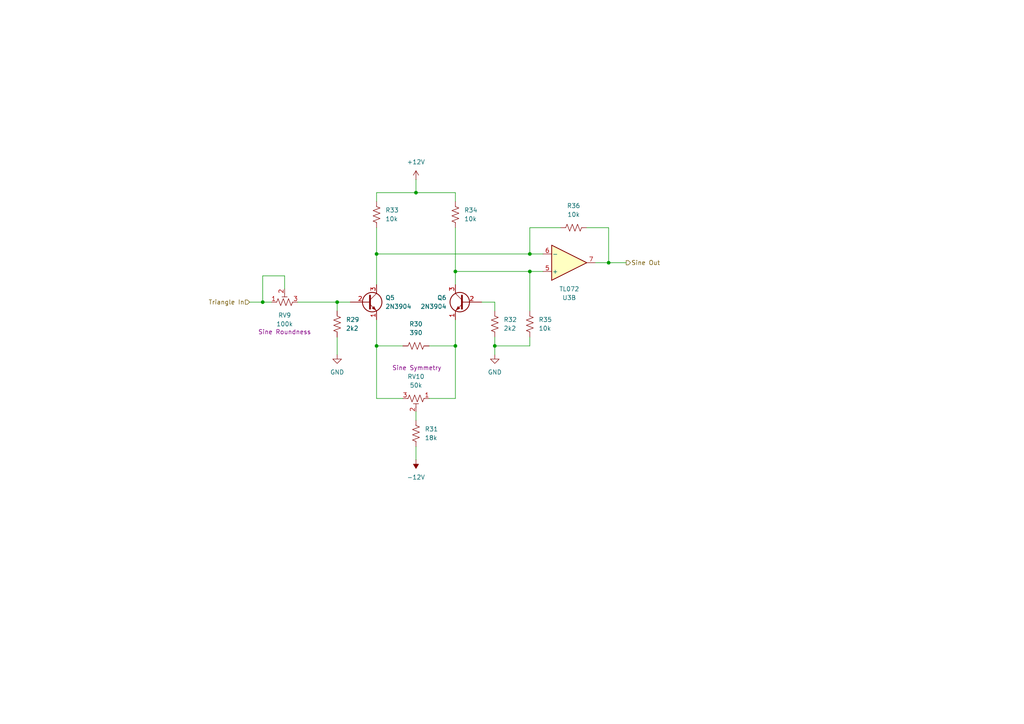
<source format=kicad_sch>
(kicad_sch (version 20231120) (generator "eeschema") (generator_version "8.0")
  (paper "A4")
  (lib_symbols
    (symbol "Amplifier_Operational:TL072" (pin_names (offset 0.127))
      (property "Reference" "U" (at 0 5.08 0))
      (property "Value" "TL072" (at 0 -5.08 0))
      (symbol "TL072_1_1"
        (polyline (pts (xy -5.08 5.08) (xy 5.08 0) (xy -5.08 -5.08) (xy -5.08 5.08)) (stroke (width 0.254)) (fill (type background)))
        (pin output line (at 7.62 0 180) (length 2.54) (name "~") (number "1"))
        (pin input line (at -7.62 -2.54 0) (length 2.54) (name "-") (number "2"))
        (pin input line (at -7.62 2.54 0) (length 2.54) (name "+") (number "3"))
      )
      (symbol "TL072_2_1"
        (polyline (pts (xy -5.08 5.08) (xy 5.08 0) (xy -5.08 -5.08) (xy -5.08 5.08)) (stroke (width 0.254)) (fill (type background)))
        (pin input line (at -7.62 2.54 0) (length 2.54) (name "+") (number "5"))
        (pin input line (at -7.62 -2.54 0) (length 2.54) (name "-") (number "6"))
        (pin output line (at 7.62 0 180) (length 2.54) (name "~") (number "7"))
      )
      (symbol "TL072_3_1"
        (pin power_in line (at -2.54 -7.62 90) (length 3.81) (name "V-") (number "4"))
        (pin power_in line (at -2.54 7.62 270) (length 3.81) (name "V+") (number "8"))
      )
    )
    (symbol "Device:R_Potentiometer_Trim_US" (pin_names (offset 1.016) hide)
      (property "Reference" "RV" (at -4.445 0 90))
      (property "Value" "R_Potentiometer_Trim_US" (at -2.54 0 90))
      (symbol "R_Potentiometer_Trim_US_0_1"
        (polyline (pts (xy 0 -2.286) (xy 0 -2.54)))
        (polyline (pts (xy 0 2.286) (xy 0 2.54)))
        (polyline (pts (xy 1.524 0.762) (xy 1.524 -0.762)))
        (polyline (pts (xy 2.54 0) (xy 1.524 0)))
        (polyline (pts (xy 0 -0.762) (xy 1.016 -1.143) (xy 0 -1.524) (xy -1.016 -1.905) (xy 0 -2.286)))
        (polyline (pts (xy 0 0.762) (xy 1.016 0.381) (xy 0 0) (xy -1.016 -0.381) (xy 0 -0.762)))
        (polyline (pts (xy 0 2.286) (xy 1.016 1.905) (xy 0 1.524) (xy -1.016 1.143) (xy 0 0.762)))
      )
      (symbol "R_Potentiometer_Trim_US_1_1"
        (pin passive line (at 0 3.81 270) (length 1.27) (name "1") (number "1"))
        (pin passive line (at 3.81 0 180) (length 1.27) (name "2") (number "2"))
        (pin passive line (at 0 -3.81 90) (length 1.27) (name "3") (number "3"))
      )
    )
    (symbol "Device:R_US" (pin_numbers hide) (pin_names (offset 0))
      (property "Reference" "R" (at 2.54 0 90))
      (property "Value" "R_US" (at -2.54 0 90))
      (symbol "R_US_0_1"
        (polyline (pts (xy 0 -2.286) (xy 0 -2.54)))
        (polyline (pts (xy 0 2.286) (xy 0 2.54)))
        (polyline (pts (xy 0 -0.762) (xy 1.016 -1.143) (xy 0 -1.524) (xy -1.016 -1.905) (xy 0 -2.286)))
        (polyline (pts (xy 0 0.762) (xy 1.016 0.381) (xy 0 0) (xy -1.016 -0.381) (xy 0 -0.762)))
        (polyline (pts (xy 0 2.286) (xy 1.016 1.905) (xy 0 1.524) (xy -1.016 1.143) (xy 0 0.762)))
      )
      (symbol "R_US_1_1"
        (pin passive line (at 0 3.81 270) (length 1.27) (name "~") (number "1"))
        (pin passive line (at 0 -3.81 90) (length 1.27) (name "~") (number "2"))
      )
    )
    (symbol "Transistor_BJT:2N3904" (pin_names (offset 0) hide)
      (property "Reference" "Q" (at 5.08 1.905 0))
      (property "Value" "2N3904" (at 5.08 0 0))
      (symbol "2N3904_0_1"
        (polyline (pts (xy 0.635 0.635) (xy 2.54 2.54)))
        (polyline (pts (xy 0.635 -0.635) (xy 2.54 -2.54) (xy 2.54 -2.54)))
        (polyline (pts (xy 0.635 1.905) (xy 0.635 -1.905) (xy 0.635 -1.905)) (stroke (width 0.508)))
        (polyline (pts (xy 1.27 -1.778) (xy 1.778 -1.27) (xy 2.286 -2.286) (xy 1.27 -1.778) (xy 1.27 -1.778)) (fill (type outline)))
        (circle (center 1.27 0) (radius 2.8194) (stroke (width 0.254)))
      )
      (symbol "2N3904_1_1"
        (pin passive line (at 2.54 -5.08 90) (length 2.54) (name "E") (number "1"))
        (pin passive line (at -5.08 0 0) (length 5.715) (name "B") (number "2"))
        (pin passive line (at 2.54 5.08 270) (length 2.54) (name "C") (number "3"))
      )
    )
    (symbol "power:+12V" (power) (pin_numbers hide) (pin_names (offset 0) hide)
      (property "Value" "+12V" (at 0 3.556 0))
      (symbol "+12V_0_1"
        (polyline (pts (xy -0.762 1.27) (xy 0 2.54)))
        (polyline (pts (xy 0 0) (xy 0 2.54)))
        (polyline (pts (xy 0 2.54) (xy 0.762 1.27)))
      )
      (symbol "+12V_1_1"
        (pin power_in line (at 0 0 90) (length 0) (name "~") (number "1"))
      )
    )
    (symbol "power:-12V" (power) (pin_numbers hide) (pin_names (offset 0) hide)
      (property "Value" "-12V" (at 0 3.556 0))
      (symbol "-12V_0_0"
        (pin power_in line (at 0 0 90) (length 0) (name "~") (number "1"))
      )
      (symbol "-12V_0_1"
        (polyline (pts (xy 0 0) (xy 0 1.27) (xy 0.762 1.27) (xy 0 2.54) (xy -0.762 1.27) (xy 0 1.27)) (fill (type outline)))
      )
    )
    (symbol "power:GND" (power) (pin_numbers hide) (pin_names (offset 0) hide)
      (property "Value" "GND" (at 0 -3.81 0))
      (symbol "GND_0_1"
        (polyline (pts (xy 0 0) (xy 0 -1.27) (xy 1.27 -1.27) (xy 0 -2.54) (xy -1.27 -1.27) (xy 0 -1.27)))
      )
      (symbol "GND_1_1"
        (pin power_in line (at 0 0 270) (length 0) (name "~") (number "1"))
      )
    )
  )
  (junction (at 176.53 76.2))
  (junction (at 132.08 100.33))
  (junction (at 143.51 100.33))
  (junction (at 76.2 87.63))
  (junction (at 109.22 100.33))
  (junction (at 97.79 87.63))
  (junction (at 153.67 78.74))
  (junction (at 120.65 55.88))
  (junction (at 109.22 73.66))
  (junction (at 132.08 78.74))
  (junction (at 153.67 73.66))
  (wire (pts (xy 97.79 87.63) (xy 101.6 87.63)))
  (wire (pts (xy 97.79 97.79) (xy 97.79 102.87)))
  (wire (pts (xy 176.53 66.04) (xy 176.53 76.2)))
  (wire (pts (xy 139.7 87.63) (xy 143.51 87.63)))
  (wire (pts (xy 109.22 58.42) (xy 109.22 55.88)))
  (wire (pts (xy 120.65 129.54) (xy 120.65 133.35)))
  (wire (pts (xy 120.65 119.38) (xy 120.65 121.92)))
  (wire (pts (xy 143.51 97.79) (xy 143.51 100.33)))
  (wire (pts (xy 170.18 66.04) (xy 176.53 66.04)))
  (wire (pts (xy 109.22 92.71) (xy 109.22 100.33)))
  (wire (pts (xy 143.51 100.33) (xy 143.51 102.87)))
  (wire (pts (xy 76.2 87.63) (xy 78.74 87.63)))
  (wire (pts (xy 176.53 76.2) (xy 181.61 76.2)))
  (wire (pts (xy 97.79 87.63) (xy 97.79 90.17)))
  (wire (pts (xy 72.39 87.63) (xy 76.2 87.63)))
  (wire (pts (xy 86.36 87.63) (xy 97.79 87.63)))
  (wire (pts (xy 116.84 115.57) (xy 109.22 115.57)))
  (wire (pts (xy 124.46 115.57) (xy 132.08 115.57)))
  (wire (pts (xy 82.55 83.82) (xy 82.55 80.01)))
  (wire (pts (xy 132.08 100.33) (xy 132.08 92.71)))
  (wire (pts (xy 132.08 78.74) (xy 132.08 82.55)))
  (wire (pts (xy 132.08 66.04) (xy 132.08 78.74)))
  (wire (pts (xy 153.67 100.33) (xy 143.51 100.33)))
  (wire (pts (xy 124.46 100.33) (xy 132.08 100.33)))
  (wire (pts (xy 109.22 73.66) (xy 109.22 82.55)))
  (wire (pts (xy 143.51 87.63) (xy 143.51 90.17)))
  (wire (pts (xy 120.65 55.88) (xy 120.65 52.07)))
  (wire (pts (xy 132.08 100.33) (xy 132.08 115.57)))
  (wire (pts (xy 153.67 73.66) (xy 157.48 73.66)))
  (wire (pts (xy 109.22 73.66) (xy 153.67 73.66)))
  (wire (pts (xy 82.55 80.01) (xy 76.2 80.01)))
  (wire (pts (xy 132.08 78.74) (xy 153.67 78.74)))
  (wire (pts (xy 153.67 97.79) (xy 153.67 100.33)))
  (wire (pts (xy 132.08 58.42) (xy 132.08 55.88)))
  (wire (pts (xy 109.22 66.04) (xy 109.22 73.66)))
  (wire (pts (xy 109.22 100.33) (xy 116.84 100.33)))
  (wire (pts (xy 153.67 66.04) (xy 153.67 73.66)))
  (wire (pts (xy 176.53 76.2) (xy 172.72 76.2)))
  (wire (pts (xy 109.22 55.88) (xy 120.65 55.88)))
  (wire (pts (xy 76.2 80.01) (xy 76.2 87.63)))
  (wire (pts (xy 162.56 66.04) (xy 153.67 66.04)))
  (wire (pts (xy 153.67 78.74) (xy 157.48 78.74)))
  (wire (pts (xy 109.22 115.57) (xy 109.22 100.33)))
  (wire (pts (xy 132.08 55.88) (xy 120.65 55.88)))
  (wire (pts (xy 153.67 78.74) (xy 153.67 90.17)))
  (hierarchical_label "Sine Out" (shape output) (at 181.61 76.2 0))
  (hierarchical_label "Triangle In" (shape input) (at 72.39 87.63 180))
  (symbol (lib_id "Device:R_US") (at 143.51 93.98 0) (unit 1)
    (property "Reference" "R32" (at 146.05 92.7099 0) (effects (justify left)))
    (property "Value" "2k2" (at 146.05 95.2499 0) (effects (justify left)))
    (property "Description" "Resistor, US symbol" (effects (hide yes)))
  )
  (symbol (lib_id "Device:R_US") (at 166.37 66.04 90) (unit 1)
    (property "Reference" "R36" (at 166.37 59.69 90))
    (property "Value" "10k" (at 166.37 62.23 90))
    (property "Description" "Resistor, US symbol" (effects (hide yes)))
  )
  (symbol (lib_id "Device:R_Potentiometer_Trim_US") (at 120.65 115.57 270) (unit 1)
    (property "Reference" "RV10" (at 120.65 109.22 90))
    (property "Value" "50k" (at 120.65 111.76 90))
    (property "Description" "Sine Symmetry" (at 120.904 106.68 90))
  )
  (symbol (lib_id "Device:R_US") (at 120.65 100.33 90) (unit 1)
    (property "Reference" "R30" (at 120.65 93.98 90))
    (property "Value" "390" (at 120.65 96.52 90))
    (property "Description" "Resistor, US symbol" (effects (hide yes)))
  )
  (symbol (lib_id "Device:R_US") (at 97.79 93.98 0) (unit 1)
    (property "Reference" "R29" (at 100.33 92.7099 0) (effects (justify left)))
    (property "Value" "2k2" (at 100.33 95.2499 0) (effects (justify left)))
    (property "Description" "Resistor, US symbol" (effects (hide yes)))
  )
  (symbol (lib_id "Device:R_US") (at 109.22 62.23 0) (unit 1)
    (property "Reference" "R33" (at 111.76 60.9599 0) (effects (justify left)))
    (property "Value" "10k" (at 111.76 63.4999 0) (effects (justify left)))
    (property "Description" "Resistor, US symbol" (effects (hide yes)))
  )
  (symbol (lib_id "Transistor_BJT:2N3904") (at 106.68 87.63 0) (unit 1)
    (property "Reference" "Q5" (at 111.76 86.3599 0) (effects (justify left)))
    (property "Value" "2N3904" (at 111.76 88.8999 0) (effects (justify left)))
    (property "Footprint" "Package_TO_SOT_THT:TO-92_Inline" (effects (hide yes)))
    (property "Datasheet" "https://www.onsemi.com/pub/Collateral/2N3903-D.PDF" (effects (hide yes)))
    (property "Description" "0.2A Ic, 40V Vce, Small Signal NPN Transistor, TO-92" (effects (hide yes)))
  )
  (symbol (lib_id "power:-12V") (at 120.65 133.35 180) (unit 1)
    (property "Reference" "#PWR037" (effects (hide yes)))
    (property "Value" "-12V" (at 120.65 138.43 0))
    (property "Description" "Power symbol creates a global label with name \"-12V\"" (effects (hide yes)))
  )
  (symbol (lib_id "power:GND") (at 143.51 102.87 0) (unit 1)
    (property "Reference" "#PWR038" (effects (hide yes)))
    (property "Value" "GND" (at 143.51 107.95 0))
    (property "Description" "Power symbol creates a global label with name \"GND\" , ground" (effects (hide yes)))
  )
  (symbol (lib_id "Device:R_Potentiometer_Trim_US") (at 82.55 87.63 90) (unit 1)
    (property "Reference" "RV9" (at 82.55 91.44 90))
    (property "Value" "100k" (at 82.55 93.98 90))
    (property "Description" "Sine Roundness" (at 82.55 96.266 90))
  )
  (symbol (lib_id "Transistor_BJT:2N3904") (at 134.62 87.63 0) (mirror y) (unit 1)
    (property "Reference" "Q6" (at 129.54 86.3599 0) (effects (justify left)))
    (property "Value" "2N3904" (at 129.54 88.8999 0) (effects (justify left)))
    (property "Footprint" "Package_TO_SOT_THT:TO-92_Inline" (effects (hide yes)))
    (property "Datasheet" "https://www.onsemi.com/pub/Collateral/2N3903-D.PDF" (effects (hide yes)))
    (property "Description" "0.2A Ic, 40V Vce, Small Signal NPN Transistor, TO-92" (effects (hide yes)))
  )
  (symbol (lib_id "Device:R_US") (at 120.65 125.73 180) (unit 1)
    (property "Reference" "R31" (at 123.19 124.4599 0) (effects (justify right)))
    (property "Value" "18k" (at 123.19 126.9999 0) (effects (justify right)))
    (property "Description" "Resistor, US symbol" (effects (hide yes)))
  )
  (symbol (lib_id "power:+12V") (at 120.65 52.07 0) (unit 1)
    (property "Reference" "#PWR039" (effects (hide yes)))
    (property "Value" "+12V" (at 120.65 46.99 0))
    (property "Description" "Power symbol creates a global label with name \"+12V\"" (effects (hide yes)))
  )
  (symbol (lib_id "Amplifier_Operational:TL072") (at 165.1 76.2 0) (mirror x) (unit 2)
    (property "Reference" "U3" (at 165.1 86.36 0))
    (property "Value" "TL072" (at 165.1 83.82 0))
    (property "Footprint" "Package_DIP:DIP-8_W7.62mm_Socket" (effects (hide yes)))
    (property "Datasheet" "http://www.ti.com/lit/ds/symlink/tl071.pdf" (effects (hide yes)))
    (property "Description" "Dual Low-Noise JFET-Input Operational Amplifiers, DIP-8/SOIC-8" (effects (hide yes)))
  )
  (symbol (lib_id "Device:R_US") (at 153.67 93.98 0) (unit 1)
    (property "Reference" "R35" (at 156.21 92.7099 0) (effects (justify left)))
    (property "Value" "10k" (at 156.21 95.2499 0) (effects (justify left)))
    (property "Description" "Resistor, US symbol" (effects (hide yes)))
  )
  (symbol (lib_id "power:GND") (at 97.79 102.87 0) (unit 1)
    (property "Reference" "#PWR036" (effects (hide yes)))
    (property "Value" "GND" (at 97.79 107.95 0))
    (property "Description" "Power symbol creates a global label with name \"GND\" , ground" (effects (hide yes)))
  )
  (symbol (lib_id "Device:R_US") (at 132.08 62.23 0) (unit 1)
    (property "Reference" "R34" (at 134.62 60.9599 0) (effects (justify left)))
    (property "Value" "10k" (at 134.62 63.4999 0) (effects (justify left)))
    (property "Description" "Resistor, US symbol" (effects (hide yes)))
  )
)
</source>
